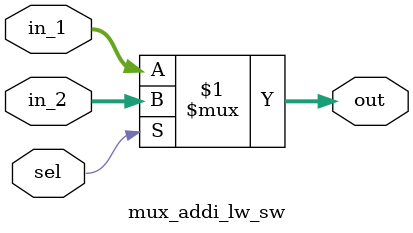
<source format=v>
`timescale 1ns / 1ps
module mux_addi_lw_sw(
    input [31:0] in_1,
    input [31:0] in_2,
    input sel,
    output [31:0] out
    );
     assign out=sel?in_2:in_1;
endmodule

</source>
